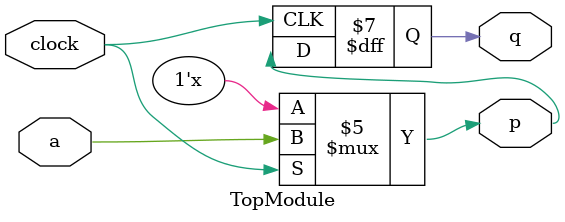
<source format=v>
module TopModule (
    input  wire clock,
    input  wire a,
    output reg  p,
    output reg  q
);

    // p is a positive-level transparent latch
    // When clock=1, p follows a; when clock=0, p holds
    always @(*) begin : blk_1
        if (clock)
            p = a;
    end

    // q is a negative-edge triggered flip-flop sampling p
    initial begin : blk_2
        q = 1'bx;
    end

    always @(negedge clock) begin : blk_3
        q <= p;
    end

endmodule

</source>
